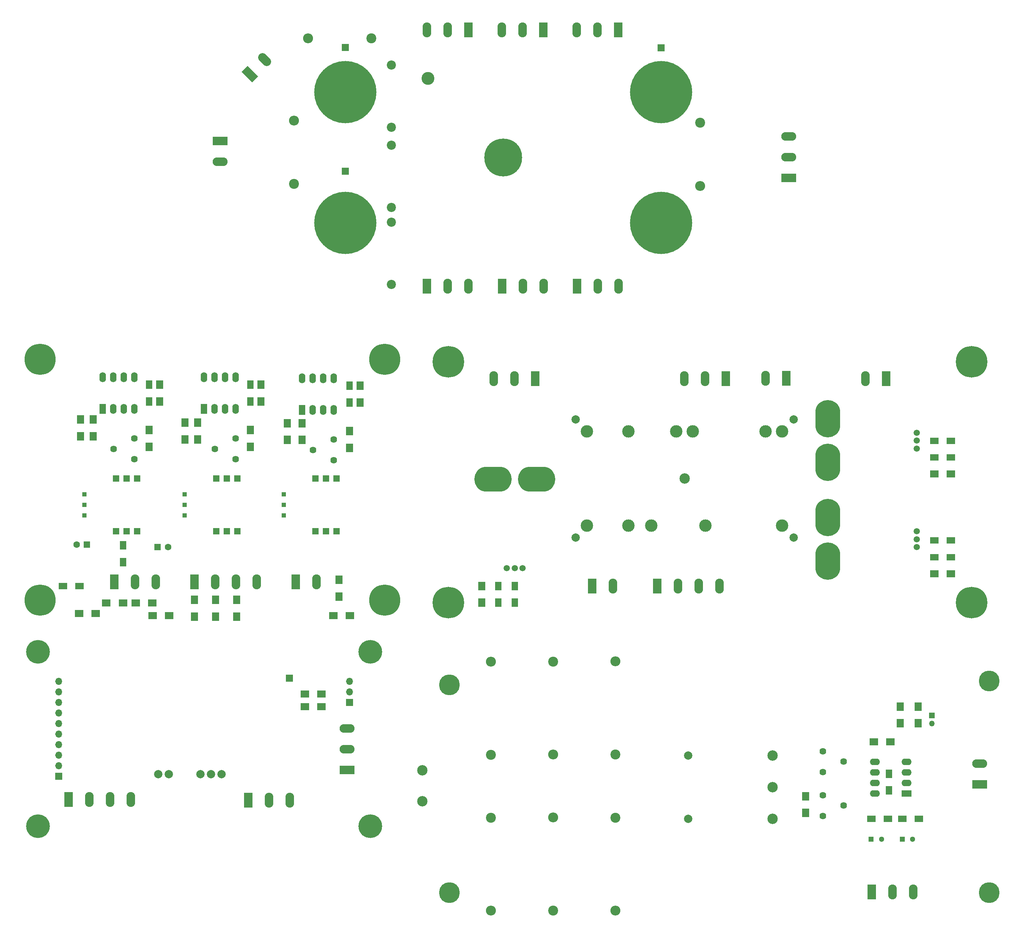
<source format=gbs>
G04 #@! TF.FileFunction,Soldermask,Bot*
%FSLAX46Y46*%
G04 Gerber Fmt 4.6, Leading zero omitted, Abs format (unit mm)*
G04 Created by KiCad (PCBNEW 4.0.6) date 2017 August 14, Monday 14:56:33*
%MOMM*%
%LPD*%
G01*
G04 APERTURE LIST*
%ADD10C,0.100000*%
%ADD11R,2.100000X3.600000*%
%ADD12O,2.100000X3.600000*%
%ADD13R,1.600000X2.000000*%
%ADD14R,2.000000X1.600000*%
%ADD15R,1.600000X2.400000*%
%ADD16O,1.600000X2.400000*%
%ADD17R,1.700000X2.000000*%
%ADD18R,2.000000X1.700000*%
%ADD19R,1.600000X1.600000*%
%ADD20C,1.600000*%
%ADD21C,1.620000*%
%ADD22R,1.100000X1.100000*%
%ADD23R,1.500000X1.500000*%
%ADD24C,7.500000*%
%ADD25C,7.600000*%
%ADD26C,2.500000*%
%ADD27C,2.000000*%
%ADD28C,3.000000*%
%ADD29C,1.500000*%
%ADD30O,6.000000X9.000000*%
%ADD31O,9.000000X6.000000*%
%ADD32R,1.700000X1.700000*%
%ADD33O,1.700000X1.700000*%
%ADD34R,3.600000X2.100000*%
%ADD35O,3.600000X2.100000*%
%ADD36C,5.700000*%
%ADD37R,2.400000X1.600000*%
%ADD38O,2.400000X1.600000*%
%ADD39R,1.350000X1.350000*%
%ADD40O,1.350000X1.350000*%
%ADD41C,2.400000*%
%ADD42O,2.400000X2.400000*%
%ADD43R,1.300000X1.300000*%
%ADD44C,1.300000*%
%ADD45C,5.000000*%
%ADD46C,9.100000*%
%ADD47C,3.100000*%
%ADD48C,2.200000*%
%ADD49C,15.000000*%
%ADD50C,2.100000*%
G04 APERTURE END LIST*
D10*
D11*
X38354000Y-74168000D03*
D12*
X43354000Y-74168000D03*
X48354000Y-74168000D03*
D11*
X57658000Y-74168000D03*
D12*
X62658000Y-74168000D03*
X67658000Y-74168000D03*
X72658000Y-74168000D03*
D11*
X82042000Y-74168000D03*
D12*
X87042000Y-74168000D03*
D13*
X40487600Y-69386200D03*
X40487600Y-65386200D03*
D14*
X29940000Y-75184000D03*
X25940000Y-75184000D03*
D13*
X94996000Y-26956000D03*
X94996000Y-30956000D03*
X71120000Y-26702000D03*
X71120000Y-30702000D03*
X46736000Y-26702000D03*
X46736000Y-30702000D03*
D15*
X59944000Y-32512000D03*
D16*
X67564000Y-24892000D03*
X62484000Y-32512000D03*
X65024000Y-24892000D03*
X65024000Y-32512000D03*
X62484000Y-24892000D03*
X67564000Y-32512000D03*
X59944000Y-24892000D03*
D15*
X83566000Y-32766000D03*
D16*
X91186000Y-25146000D03*
X86106000Y-32766000D03*
X88646000Y-25146000D03*
X88646000Y-32766000D03*
X86106000Y-25146000D03*
X91186000Y-32766000D03*
X83566000Y-25146000D03*
D15*
X35560000Y-32512000D03*
D16*
X43180000Y-24892000D03*
X38100000Y-32512000D03*
X40640000Y-24892000D03*
X40640000Y-32512000D03*
X38100000Y-24892000D03*
X43180000Y-32512000D03*
X35560000Y-24892000D03*
D17*
X30226000Y-35084000D03*
X30226000Y-39084000D03*
X55372000Y-35846000D03*
X55372000Y-39846000D03*
X83566000Y-35973000D03*
X83566000Y-39973000D03*
X49276000Y-26702000D03*
X49276000Y-30702000D03*
X46736000Y-41624000D03*
X46736000Y-37624000D03*
X73660000Y-26702000D03*
X73660000Y-30702000D03*
X71120000Y-41624000D03*
X71120000Y-37624000D03*
X97536000Y-26956000D03*
X97536000Y-30956000D03*
X94996000Y-41878000D03*
X94996000Y-37878000D03*
X33274000Y-39084000D03*
X33274000Y-35084000D03*
X58420000Y-39846000D03*
X58420000Y-35846000D03*
X80010000Y-39973000D03*
X80010000Y-35973000D03*
X57658000Y-82518000D03*
X57658000Y-78518000D03*
X62738000Y-82518000D03*
X62738000Y-78518000D03*
X67818000Y-82518000D03*
X67818000Y-78518000D03*
D18*
X40430200Y-79273400D03*
X36430200Y-79273400D03*
D17*
X92456000Y-73692000D03*
X92456000Y-77692000D03*
D19*
X31750000Y-65151000D03*
D20*
X29250000Y-65151000D03*
D19*
X48768000Y-65786000D03*
D20*
X51268000Y-65786000D03*
D18*
X33877000Y-81788000D03*
X29877000Y-81788000D03*
X95091000Y-82296000D03*
X91091000Y-82296000D03*
D21*
X43180000Y-44624000D03*
X38180000Y-42124000D03*
X43180000Y-39624000D03*
X67564000Y-44624000D03*
X62564000Y-42124000D03*
X67564000Y-39624000D03*
X91186000Y-44878000D03*
X86186000Y-42378000D03*
X91186000Y-39878000D03*
D18*
X51530000Y-82296000D03*
X47530000Y-82296000D03*
X43466000Y-79248000D03*
X47466000Y-79248000D03*
D22*
X55308000Y-58166000D03*
X55308000Y-53086000D03*
X55308000Y-55626000D03*
D23*
X68008000Y-61976000D03*
X65468000Y-61976000D03*
X62928000Y-61976000D03*
X68008000Y-49276000D03*
X65468000Y-49276000D03*
X62928000Y-49276000D03*
D22*
X79184000Y-58166000D03*
X79184000Y-53086000D03*
X79184000Y-55626000D03*
D23*
X91884000Y-61976000D03*
X89344000Y-61976000D03*
X86804000Y-61976000D03*
X91884000Y-49276000D03*
X89344000Y-49276000D03*
X86804000Y-49276000D03*
D22*
X31178000Y-58166000D03*
X31178000Y-53086000D03*
X31178000Y-55626000D03*
D23*
X43878000Y-61976000D03*
X41338000Y-61976000D03*
X38798000Y-61976000D03*
X43878000Y-49276000D03*
X41338000Y-49276000D03*
X38798000Y-49276000D03*
D24*
X20440000Y-20594000D03*
X103440000Y-20594000D03*
X20440000Y-78594000D03*
X103440000Y-78594000D03*
D25*
X118781000Y-21196000D03*
X118781000Y-79196000D03*
X244781000Y-79196000D03*
D13*
X130781000Y-79196000D03*
X130781000Y-75196000D03*
X134781000Y-75196000D03*
X134781000Y-79196000D03*
D14*
X239781000Y-44196000D03*
X235781000Y-44196000D03*
X235781000Y-40196000D03*
X239781000Y-40196000D03*
X239781000Y-68196000D03*
X235781000Y-68196000D03*
X235781000Y-64196000D03*
X239781000Y-64196000D03*
D26*
X175641000Y-49276000D03*
D27*
X201891000Y-63526000D03*
X149391000Y-35026000D03*
X201891000Y-35026000D03*
D28*
X199141000Y-37901000D03*
X195141000Y-37901000D03*
X177641000Y-37901000D03*
X173641000Y-37901000D03*
X162141000Y-37901000D03*
X199141000Y-60651000D03*
X180641000Y-60651000D03*
X167641000Y-60651000D03*
X162141000Y-60651000D03*
X152141000Y-60651000D03*
X152141000Y-37901000D03*
D27*
X149391000Y-63526000D03*
D11*
X139700000Y-25196000D03*
D12*
X134700000Y-25196000D03*
X129700000Y-25196000D03*
D11*
X185547000Y-25196000D03*
D12*
X180547000Y-25196000D03*
X175547000Y-25196000D03*
D11*
X224155000Y-25196000D03*
D12*
X219155000Y-25196000D03*
D11*
X153416000Y-75196000D03*
D12*
X158416000Y-75196000D03*
D11*
X200152000Y-25146000D03*
D12*
X195152000Y-25146000D03*
D11*
X169037000Y-75196000D03*
D12*
X174037000Y-75196000D03*
X179037000Y-75196000D03*
X184037000Y-75196000D03*
D17*
X126781000Y-79196000D03*
X126781000Y-75196000D03*
D18*
X239781000Y-48196000D03*
X235781000Y-48196000D03*
X239781000Y-72196000D03*
X235781000Y-72196000D03*
D29*
X231521000Y-61971000D03*
X231521000Y-65791000D03*
D30*
X210121000Y-58631000D03*
X210121000Y-69131000D03*
D29*
X231521000Y-63881000D03*
X231521000Y-38222000D03*
X231521000Y-42042000D03*
D30*
X210121000Y-34882000D03*
X210121000Y-45382000D03*
D29*
X231521000Y-40132000D03*
X136657000Y-70866000D03*
X132837000Y-70866000D03*
D31*
X139997000Y-49466000D03*
X129497000Y-49466000D03*
D29*
X134747000Y-70866000D03*
D25*
X244781000Y-21196000D03*
D32*
X95000000Y-103200000D03*
D33*
X95000000Y-100660000D03*
X95000000Y-98120000D03*
D34*
X94400000Y-119500000D03*
D35*
X94400000Y-114500000D03*
X94400000Y-109500000D03*
D32*
X25000000Y-121000000D03*
D33*
X25000000Y-118460000D03*
X25000000Y-115920000D03*
X25000000Y-113380000D03*
X25000000Y-110840000D03*
X25000000Y-108300000D03*
X25000000Y-105760000D03*
X25000000Y-103220000D03*
X25000000Y-100680000D03*
X25000000Y-98140000D03*
D11*
X27315000Y-126605500D03*
D12*
X32315000Y-126605500D03*
X37315000Y-126605500D03*
X42315000Y-126605500D03*
D11*
X70622000Y-126732500D03*
D12*
X75622000Y-126732500D03*
X80622000Y-126732500D03*
D32*
X80500000Y-97400000D03*
D18*
X88200000Y-101200000D03*
X84200000Y-101200000D03*
X88200000Y-104200000D03*
X84200000Y-104200000D03*
D36*
X20000000Y-91000000D03*
X20000000Y-133000000D03*
X100000000Y-91000000D03*
X100000000Y-133000000D03*
D27*
X48880000Y-120500000D03*
X51420000Y-120500000D03*
X59040000Y-120500000D03*
X61580000Y-120500000D03*
X64120000Y-120500000D03*
D11*
X220676000Y-148831600D03*
D12*
X225676000Y-148831600D03*
X230676000Y-148831600D03*
D37*
X229058000Y-125108000D03*
D38*
X221438000Y-117488000D03*
X229058000Y-122568000D03*
X221438000Y-120028000D03*
X229058000Y-120028000D03*
X221438000Y-122568000D03*
X229058000Y-117488000D03*
X221438000Y-125108000D03*
D39*
X235154000Y-106312000D03*
D40*
X235154000Y-108312000D03*
D14*
X220581000Y-131204000D03*
X224581000Y-131204000D03*
X228074000Y-131204000D03*
X232074000Y-131204000D03*
D13*
X224867000Y-120402900D03*
X224867000Y-124402900D03*
D17*
X227534000Y-108185000D03*
X227534000Y-104185000D03*
X204801000Y-129775000D03*
X204801000Y-125775000D03*
D18*
X221216000Y-112662000D03*
X225216000Y-112662000D03*
D17*
X231852000Y-108185000D03*
X231852000Y-104185000D03*
D34*
X246685600Y-122923600D03*
D35*
X246685600Y-117923600D03*
D41*
X128982000Y-130950000D03*
D42*
X128982000Y-153350000D03*
D41*
X129000000Y-115786200D03*
D42*
X129000000Y-93386200D03*
D41*
X144000000Y-153302000D03*
D42*
X144000000Y-130902000D03*
D41*
X144000000Y-93358000D03*
D42*
X144000000Y-115758000D03*
D41*
X159000000Y-130950000D03*
D42*
X159000000Y-153350000D03*
D41*
X159000000Y-115710000D03*
D42*
X159000000Y-93310000D03*
D26*
X112472000Y-127020000D03*
X112472000Y-119520000D03*
D43*
X220549000Y-136157000D03*
D44*
X223049000Y-136157000D03*
D43*
X228042000Y-136157000D03*
D44*
X230542000Y-136157000D03*
D45*
X249000000Y-98000000D03*
X249000000Y-149000000D03*
X119000000Y-149000000D03*
X119000000Y-99000000D03*
D27*
X176480000Y-131204000D03*
X176480000Y-115964000D03*
D26*
X196800000Y-131204000D03*
X196800000Y-123584000D03*
X196800000Y-115964000D03*
D21*
X208966600Y-114951800D03*
X213966600Y-117451800D03*
X208966600Y-119951800D03*
X208966600Y-125518200D03*
X213966600Y-128018200D03*
X208966600Y-130518200D03*
D46*
X132000000Y28000000D03*
D47*
X113900000Y47100000D03*
D32*
X93956800Y54543200D03*
X93956800Y24698200D03*
X170029800Y54416200D03*
D48*
X105082000Y-2556000D03*
X105082000Y12444000D03*
X105082000Y15986000D03*
X105082000Y30986000D03*
X105082000Y35290000D03*
X105082000Y50290000D03*
D41*
X179377000Y36433000D03*
D42*
X179377000Y21193000D03*
D41*
X81587000Y21701000D03*
D42*
X81587000Y36941000D03*
D41*
X100256000Y56753000D03*
D42*
X85016000Y56753000D03*
D49*
X170000000Y12250000D03*
X170000000Y43750000D03*
X94000000Y43750000D03*
X94000000Y12250000D03*
D11*
X123624000Y58785000D03*
D12*
X118624000Y58785000D03*
X113624000Y58785000D03*
D11*
X113565600Y-2937000D03*
D12*
X118565600Y-2937000D03*
X123565600Y-2937000D03*
D11*
X141658000Y58785000D03*
D12*
X136658000Y58785000D03*
X131658000Y58785000D03*
D11*
X131701200Y-2937000D03*
D12*
X136701200Y-2937000D03*
X141701200Y-2937000D03*
D11*
X159692000Y58785000D03*
D12*
X154692000Y58785000D03*
X149692000Y58785000D03*
D11*
X149786000Y-2937000D03*
D12*
X154786000Y-2937000D03*
X159786000Y-2937000D03*
D34*
X200713000Y23098000D03*
D35*
X200713000Y28098000D03*
X200713000Y33098000D03*
D34*
X63807000Y31988000D03*
D35*
X63807000Y26988000D03*
D10*
G36*
X71500130Y46101746D02*
X68954546Y48647330D01*
X70439470Y50132254D01*
X72985054Y47586670D01*
X71500130Y46101746D01*
X71500130Y46101746D01*
G37*
D50*
X73975004Y52182864D02*
X75035664Y51122204D01*
M02*

</source>
